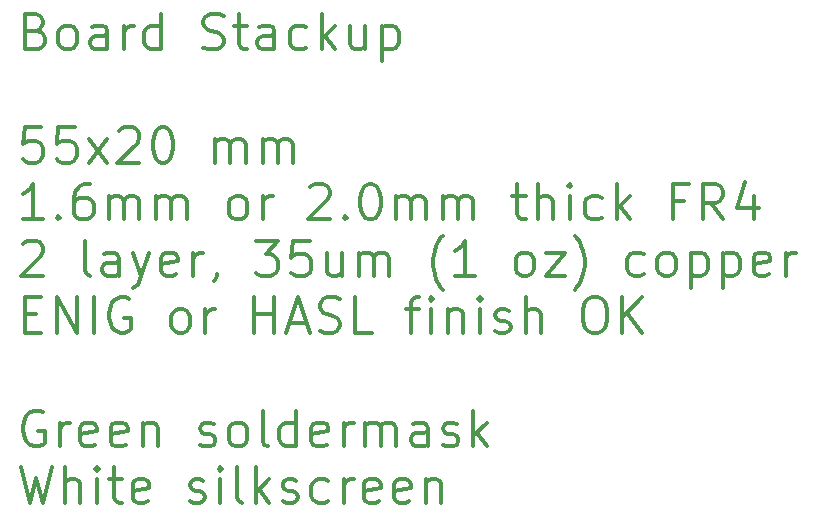
<source format=gbr>
G04 #@! TF.GenerationSoftware,KiCad,Pcbnew,5.0.1*
G04 #@! TF.CreationDate,2019-03-28T22:54:33+10:30*
G04 #@! TF.ProjectId,reflex,7265666C65782E6B696361645F706362,rev?*
G04 #@! TF.SameCoordinates,Original*
G04 #@! TF.FileFunction,Other,Comment*
%FSLAX46Y46*%
G04 Gerber Fmt 4.6, Leading zero omitted, Abs format (unit mm)*
G04 Created by KiCad (PCBNEW 5.0.1) date Thu 28 Mar 2019 22:54:33 ACDT*
%MOMM*%
%LPD*%
G01*
G04 APERTURE LIST*
%ADD10C,0.300000*%
G04 APERTURE END LIST*
D10*
X137709285Y-76585714D02*
X138137857Y-76728571D01*
X138280714Y-76871428D01*
X138423571Y-77157142D01*
X138423571Y-77585714D01*
X138280714Y-77871428D01*
X138137857Y-78014285D01*
X137852142Y-78157142D01*
X136709285Y-78157142D01*
X136709285Y-75157142D01*
X137709285Y-75157142D01*
X137995000Y-75300000D01*
X138137857Y-75442857D01*
X138280714Y-75728571D01*
X138280714Y-76014285D01*
X138137857Y-76300000D01*
X137995000Y-76442857D01*
X137709285Y-76585714D01*
X136709285Y-76585714D01*
X140137857Y-78157142D02*
X139852142Y-78014285D01*
X139709285Y-77871428D01*
X139566428Y-77585714D01*
X139566428Y-76728571D01*
X139709285Y-76442857D01*
X139852142Y-76300000D01*
X140137857Y-76157142D01*
X140566428Y-76157142D01*
X140852142Y-76300000D01*
X140995000Y-76442857D01*
X141137857Y-76728571D01*
X141137857Y-77585714D01*
X140995000Y-77871428D01*
X140852142Y-78014285D01*
X140566428Y-78157142D01*
X140137857Y-78157142D01*
X143709285Y-78157142D02*
X143709285Y-76585714D01*
X143566428Y-76300000D01*
X143280714Y-76157142D01*
X142709285Y-76157142D01*
X142423571Y-76300000D01*
X143709285Y-78014285D02*
X143423571Y-78157142D01*
X142709285Y-78157142D01*
X142423571Y-78014285D01*
X142280714Y-77728571D01*
X142280714Y-77442857D01*
X142423571Y-77157142D01*
X142709285Y-77014285D01*
X143423571Y-77014285D01*
X143709285Y-76871428D01*
X145137857Y-78157142D02*
X145137857Y-76157142D01*
X145137857Y-76728571D02*
X145280714Y-76442857D01*
X145423571Y-76300000D01*
X145709285Y-76157142D01*
X145995000Y-76157142D01*
X148280714Y-78157142D02*
X148280714Y-75157142D01*
X148280714Y-78014285D02*
X147995000Y-78157142D01*
X147423571Y-78157142D01*
X147137857Y-78014285D01*
X146995000Y-77871428D01*
X146852142Y-77585714D01*
X146852142Y-76728571D01*
X146995000Y-76442857D01*
X147137857Y-76300000D01*
X147423571Y-76157142D01*
X147995000Y-76157142D01*
X148280714Y-76300000D01*
X151852142Y-78014285D02*
X152280714Y-78157142D01*
X152995000Y-78157142D01*
X153280714Y-78014285D01*
X153423571Y-77871428D01*
X153566428Y-77585714D01*
X153566428Y-77300000D01*
X153423571Y-77014285D01*
X153280714Y-76871428D01*
X152995000Y-76728571D01*
X152423571Y-76585714D01*
X152137857Y-76442857D01*
X151995000Y-76300000D01*
X151852142Y-76014285D01*
X151852142Y-75728571D01*
X151995000Y-75442857D01*
X152137857Y-75300000D01*
X152423571Y-75157142D01*
X153137857Y-75157142D01*
X153566428Y-75300000D01*
X154423571Y-76157142D02*
X155566428Y-76157142D01*
X154852142Y-75157142D02*
X154852142Y-77728571D01*
X154995000Y-78014285D01*
X155280714Y-78157142D01*
X155566428Y-78157142D01*
X157852142Y-78157142D02*
X157852142Y-76585714D01*
X157709285Y-76300000D01*
X157423571Y-76157142D01*
X156852142Y-76157142D01*
X156566428Y-76300000D01*
X157852142Y-78014285D02*
X157566428Y-78157142D01*
X156852142Y-78157142D01*
X156566428Y-78014285D01*
X156423571Y-77728571D01*
X156423571Y-77442857D01*
X156566428Y-77157142D01*
X156852142Y-77014285D01*
X157566428Y-77014285D01*
X157852142Y-76871428D01*
X160566428Y-78014285D02*
X160280714Y-78157142D01*
X159709285Y-78157142D01*
X159423571Y-78014285D01*
X159280714Y-77871428D01*
X159137857Y-77585714D01*
X159137857Y-76728571D01*
X159280714Y-76442857D01*
X159423571Y-76300000D01*
X159709285Y-76157142D01*
X160280714Y-76157142D01*
X160566428Y-76300000D01*
X161852142Y-78157142D02*
X161852142Y-75157142D01*
X162137857Y-77014285D02*
X162995000Y-78157142D01*
X162995000Y-76157142D02*
X161852142Y-77300000D01*
X165566428Y-76157142D02*
X165566428Y-78157142D01*
X164280714Y-76157142D02*
X164280714Y-77728571D01*
X164423571Y-78014285D01*
X164709285Y-78157142D01*
X165137857Y-78157142D01*
X165423571Y-78014285D01*
X165566428Y-77871428D01*
X166995000Y-76157142D02*
X166995000Y-79157142D01*
X166995000Y-76300000D02*
X167280714Y-76157142D01*
X167852142Y-76157142D01*
X168137857Y-76300000D01*
X168280714Y-76442857D01*
X168423571Y-76728571D01*
X168423571Y-77585714D01*
X168280714Y-77871428D01*
X168137857Y-78014285D01*
X167852142Y-78157142D01*
X167280714Y-78157142D01*
X166995000Y-78014285D01*
X138137857Y-84757142D02*
X136709285Y-84757142D01*
X136566428Y-86185714D01*
X136709285Y-86042857D01*
X136995000Y-85900000D01*
X137709285Y-85900000D01*
X137995000Y-86042857D01*
X138137857Y-86185714D01*
X138280714Y-86471428D01*
X138280714Y-87185714D01*
X138137857Y-87471428D01*
X137995000Y-87614285D01*
X137709285Y-87757142D01*
X136995000Y-87757142D01*
X136709285Y-87614285D01*
X136566428Y-87471428D01*
X140995000Y-84757142D02*
X139566428Y-84757142D01*
X139423571Y-86185714D01*
X139566428Y-86042857D01*
X139852142Y-85900000D01*
X140566428Y-85900000D01*
X140852142Y-86042857D01*
X140995000Y-86185714D01*
X141137857Y-86471428D01*
X141137857Y-87185714D01*
X140995000Y-87471428D01*
X140852142Y-87614285D01*
X140566428Y-87757142D01*
X139852142Y-87757142D01*
X139566428Y-87614285D01*
X139423571Y-87471428D01*
X142137857Y-87757142D02*
X143709285Y-85757142D01*
X142137857Y-85757142D02*
X143709285Y-87757142D01*
X144709285Y-85042857D02*
X144852142Y-84900000D01*
X145137857Y-84757142D01*
X145852142Y-84757142D01*
X146137857Y-84900000D01*
X146280714Y-85042857D01*
X146423571Y-85328571D01*
X146423571Y-85614285D01*
X146280714Y-86042857D01*
X144566428Y-87757142D01*
X146423571Y-87757142D01*
X148280714Y-84757142D02*
X148566428Y-84757142D01*
X148852142Y-84900000D01*
X148995000Y-85042857D01*
X149137857Y-85328571D01*
X149280714Y-85900000D01*
X149280714Y-86614285D01*
X149137857Y-87185714D01*
X148995000Y-87471428D01*
X148852142Y-87614285D01*
X148566428Y-87757142D01*
X148280714Y-87757142D01*
X147995000Y-87614285D01*
X147852142Y-87471428D01*
X147709285Y-87185714D01*
X147566428Y-86614285D01*
X147566428Y-85900000D01*
X147709285Y-85328571D01*
X147852142Y-85042857D01*
X147995000Y-84900000D01*
X148280714Y-84757142D01*
X152852142Y-87757142D02*
X152852142Y-85757142D01*
X152852142Y-86042857D02*
X152995000Y-85900000D01*
X153280714Y-85757142D01*
X153709285Y-85757142D01*
X153995000Y-85900000D01*
X154137857Y-86185714D01*
X154137857Y-87757142D01*
X154137857Y-86185714D02*
X154280714Y-85900000D01*
X154566428Y-85757142D01*
X154995000Y-85757142D01*
X155280714Y-85900000D01*
X155423571Y-86185714D01*
X155423571Y-87757142D01*
X156852142Y-87757142D02*
X156852142Y-85757142D01*
X156852142Y-86042857D02*
X156995000Y-85900000D01*
X157280714Y-85757142D01*
X157709285Y-85757142D01*
X157995000Y-85900000D01*
X158137857Y-86185714D01*
X158137857Y-87757142D01*
X158137857Y-86185714D02*
X158280714Y-85900000D01*
X158566428Y-85757142D01*
X158995000Y-85757142D01*
X159280714Y-85900000D01*
X159423571Y-86185714D01*
X159423571Y-87757142D01*
X138280714Y-92557142D02*
X136566428Y-92557142D01*
X137423571Y-92557142D02*
X137423571Y-89557142D01*
X137137857Y-89985714D01*
X136852142Y-90271428D01*
X136566428Y-90414285D01*
X139566428Y-92271428D02*
X139709285Y-92414285D01*
X139566428Y-92557142D01*
X139423571Y-92414285D01*
X139566428Y-92271428D01*
X139566428Y-92557142D01*
X142280714Y-89557142D02*
X141709285Y-89557142D01*
X141423571Y-89700000D01*
X141280714Y-89842857D01*
X140995000Y-90271428D01*
X140852142Y-90842857D01*
X140852142Y-91985714D01*
X140995000Y-92271428D01*
X141137857Y-92414285D01*
X141423571Y-92557142D01*
X141995000Y-92557142D01*
X142280714Y-92414285D01*
X142423571Y-92271428D01*
X142566428Y-91985714D01*
X142566428Y-91271428D01*
X142423571Y-90985714D01*
X142280714Y-90842857D01*
X141995000Y-90700000D01*
X141423571Y-90700000D01*
X141137857Y-90842857D01*
X140995000Y-90985714D01*
X140852142Y-91271428D01*
X143852142Y-92557142D02*
X143852142Y-90557142D01*
X143852142Y-90842857D02*
X143995000Y-90700000D01*
X144280714Y-90557142D01*
X144709285Y-90557142D01*
X144995000Y-90700000D01*
X145137857Y-90985714D01*
X145137857Y-92557142D01*
X145137857Y-90985714D02*
X145280714Y-90700000D01*
X145566428Y-90557142D01*
X145995000Y-90557142D01*
X146280714Y-90700000D01*
X146423571Y-90985714D01*
X146423571Y-92557142D01*
X147852142Y-92557142D02*
X147852142Y-90557142D01*
X147852142Y-90842857D02*
X147995000Y-90700000D01*
X148280714Y-90557142D01*
X148709285Y-90557142D01*
X148995000Y-90700000D01*
X149137857Y-90985714D01*
X149137857Y-92557142D01*
X149137857Y-90985714D02*
X149280714Y-90700000D01*
X149566428Y-90557142D01*
X149995000Y-90557142D01*
X150280714Y-90700000D01*
X150423571Y-90985714D01*
X150423571Y-92557142D01*
X154566428Y-92557142D02*
X154280714Y-92414285D01*
X154137857Y-92271428D01*
X153995000Y-91985714D01*
X153995000Y-91128571D01*
X154137857Y-90842857D01*
X154280714Y-90700000D01*
X154566428Y-90557142D01*
X154995000Y-90557142D01*
X155280714Y-90700000D01*
X155423571Y-90842857D01*
X155566428Y-91128571D01*
X155566428Y-91985714D01*
X155423571Y-92271428D01*
X155280714Y-92414285D01*
X154995000Y-92557142D01*
X154566428Y-92557142D01*
X156852142Y-92557142D02*
X156852142Y-90557142D01*
X156852142Y-91128571D02*
X156995000Y-90842857D01*
X157137857Y-90700000D01*
X157423571Y-90557142D01*
X157709285Y-90557142D01*
X160852142Y-89842857D02*
X160995000Y-89700000D01*
X161280714Y-89557142D01*
X161995000Y-89557142D01*
X162280714Y-89700000D01*
X162423571Y-89842857D01*
X162566428Y-90128571D01*
X162566428Y-90414285D01*
X162423571Y-90842857D01*
X160709285Y-92557142D01*
X162566428Y-92557142D01*
X163852142Y-92271428D02*
X163995000Y-92414285D01*
X163852142Y-92557142D01*
X163709285Y-92414285D01*
X163852142Y-92271428D01*
X163852142Y-92557142D01*
X165852142Y-89557142D02*
X166137857Y-89557142D01*
X166423571Y-89700000D01*
X166566428Y-89842857D01*
X166709285Y-90128571D01*
X166852142Y-90700000D01*
X166852142Y-91414285D01*
X166709285Y-91985714D01*
X166566428Y-92271428D01*
X166423571Y-92414285D01*
X166137857Y-92557142D01*
X165852142Y-92557142D01*
X165566428Y-92414285D01*
X165423571Y-92271428D01*
X165280714Y-91985714D01*
X165137857Y-91414285D01*
X165137857Y-90700000D01*
X165280714Y-90128571D01*
X165423571Y-89842857D01*
X165566428Y-89700000D01*
X165852142Y-89557142D01*
X168137857Y-92557142D02*
X168137857Y-90557142D01*
X168137857Y-90842857D02*
X168280714Y-90700000D01*
X168566428Y-90557142D01*
X168995000Y-90557142D01*
X169280714Y-90700000D01*
X169423571Y-90985714D01*
X169423571Y-92557142D01*
X169423571Y-90985714D02*
X169566428Y-90700000D01*
X169852142Y-90557142D01*
X170280714Y-90557142D01*
X170566428Y-90700000D01*
X170709285Y-90985714D01*
X170709285Y-92557142D01*
X172137857Y-92557142D02*
X172137857Y-90557142D01*
X172137857Y-90842857D02*
X172280714Y-90700000D01*
X172566428Y-90557142D01*
X172995000Y-90557142D01*
X173280714Y-90700000D01*
X173423571Y-90985714D01*
X173423571Y-92557142D01*
X173423571Y-90985714D02*
X173566428Y-90700000D01*
X173852142Y-90557142D01*
X174280714Y-90557142D01*
X174566428Y-90700000D01*
X174709285Y-90985714D01*
X174709285Y-92557142D01*
X177995000Y-90557142D02*
X179137857Y-90557142D01*
X178423571Y-89557142D02*
X178423571Y-92128571D01*
X178566428Y-92414285D01*
X178852142Y-92557142D01*
X179137857Y-92557142D01*
X180137857Y-92557142D02*
X180137857Y-89557142D01*
X181423571Y-92557142D02*
X181423571Y-90985714D01*
X181280714Y-90700000D01*
X180995000Y-90557142D01*
X180566428Y-90557142D01*
X180280714Y-90700000D01*
X180137857Y-90842857D01*
X182852142Y-92557142D02*
X182852142Y-90557142D01*
X182852142Y-89557142D02*
X182709285Y-89700000D01*
X182852142Y-89842857D01*
X182995000Y-89700000D01*
X182852142Y-89557142D01*
X182852142Y-89842857D01*
X185566428Y-92414285D02*
X185280714Y-92557142D01*
X184709285Y-92557142D01*
X184423571Y-92414285D01*
X184280714Y-92271428D01*
X184137857Y-91985714D01*
X184137857Y-91128571D01*
X184280714Y-90842857D01*
X184423571Y-90700000D01*
X184709285Y-90557142D01*
X185280714Y-90557142D01*
X185566428Y-90700000D01*
X186852142Y-92557142D02*
X186852142Y-89557142D01*
X187137857Y-91414285D02*
X187995000Y-92557142D01*
X187995000Y-90557142D02*
X186852142Y-91700000D01*
X192566428Y-90985714D02*
X191566428Y-90985714D01*
X191566428Y-92557142D02*
X191566428Y-89557142D01*
X192995000Y-89557142D01*
X195852142Y-92557142D02*
X194852142Y-91128571D01*
X194137857Y-92557142D02*
X194137857Y-89557142D01*
X195280714Y-89557142D01*
X195566428Y-89700000D01*
X195709285Y-89842857D01*
X195852142Y-90128571D01*
X195852142Y-90557142D01*
X195709285Y-90842857D01*
X195566428Y-90985714D01*
X195280714Y-91128571D01*
X194137857Y-91128571D01*
X198423571Y-90557142D02*
X198423571Y-92557142D01*
X197709285Y-89414285D02*
X196995000Y-91557142D01*
X198852142Y-91557142D01*
X136566428Y-94642857D02*
X136709285Y-94500000D01*
X136995000Y-94357142D01*
X137709285Y-94357142D01*
X137995000Y-94500000D01*
X138137857Y-94642857D01*
X138280714Y-94928571D01*
X138280714Y-95214285D01*
X138137857Y-95642857D01*
X136423571Y-97357142D01*
X138280714Y-97357142D01*
X142280714Y-97357142D02*
X141995000Y-97214285D01*
X141852142Y-96928571D01*
X141852142Y-94357142D01*
X144709285Y-97357142D02*
X144709285Y-95785714D01*
X144566428Y-95500000D01*
X144280714Y-95357142D01*
X143709285Y-95357142D01*
X143423571Y-95500000D01*
X144709285Y-97214285D02*
X144423571Y-97357142D01*
X143709285Y-97357142D01*
X143423571Y-97214285D01*
X143280714Y-96928571D01*
X143280714Y-96642857D01*
X143423571Y-96357142D01*
X143709285Y-96214285D01*
X144423571Y-96214285D01*
X144709285Y-96071428D01*
X145852142Y-95357142D02*
X146566428Y-97357142D01*
X147280714Y-95357142D02*
X146566428Y-97357142D01*
X146280714Y-98071428D01*
X146137857Y-98214285D01*
X145852142Y-98357142D01*
X149566428Y-97214285D02*
X149280714Y-97357142D01*
X148709285Y-97357142D01*
X148423571Y-97214285D01*
X148280714Y-96928571D01*
X148280714Y-95785714D01*
X148423571Y-95500000D01*
X148709285Y-95357142D01*
X149280714Y-95357142D01*
X149566428Y-95500000D01*
X149709285Y-95785714D01*
X149709285Y-96071428D01*
X148280714Y-96357142D01*
X150995000Y-97357142D02*
X150995000Y-95357142D01*
X150995000Y-95928571D02*
X151137857Y-95642857D01*
X151280714Y-95500000D01*
X151566428Y-95357142D01*
X151852142Y-95357142D01*
X152995000Y-97214285D02*
X152995000Y-97357142D01*
X152852142Y-97642857D01*
X152709285Y-97785714D01*
X156280714Y-94357142D02*
X158137857Y-94357142D01*
X157137857Y-95500000D01*
X157566428Y-95500000D01*
X157852142Y-95642857D01*
X157995000Y-95785714D01*
X158137857Y-96071428D01*
X158137857Y-96785714D01*
X157995000Y-97071428D01*
X157852142Y-97214285D01*
X157566428Y-97357142D01*
X156709285Y-97357142D01*
X156423571Y-97214285D01*
X156280714Y-97071428D01*
X160852142Y-94357142D02*
X159423571Y-94357142D01*
X159280714Y-95785714D01*
X159423571Y-95642857D01*
X159709285Y-95500000D01*
X160423571Y-95500000D01*
X160709285Y-95642857D01*
X160852142Y-95785714D01*
X160995000Y-96071428D01*
X160995000Y-96785714D01*
X160852142Y-97071428D01*
X160709285Y-97214285D01*
X160423571Y-97357142D01*
X159709285Y-97357142D01*
X159423571Y-97214285D01*
X159280714Y-97071428D01*
X163566428Y-95357142D02*
X163566428Y-97357142D01*
X162280714Y-95357142D02*
X162280714Y-96928571D01*
X162423571Y-97214285D01*
X162709285Y-97357142D01*
X163137857Y-97357142D01*
X163423571Y-97214285D01*
X163566428Y-97071428D01*
X164995000Y-97357142D02*
X164995000Y-95357142D01*
X164995000Y-95642857D02*
X165137857Y-95500000D01*
X165423571Y-95357142D01*
X165852142Y-95357142D01*
X166137857Y-95500000D01*
X166280714Y-95785714D01*
X166280714Y-97357142D01*
X166280714Y-95785714D02*
X166423571Y-95500000D01*
X166709285Y-95357142D01*
X167137857Y-95357142D01*
X167423571Y-95500000D01*
X167566428Y-95785714D01*
X167566428Y-97357142D01*
X172137857Y-98500000D02*
X171995000Y-98357142D01*
X171709285Y-97928571D01*
X171566428Y-97642857D01*
X171423571Y-97214285D01*
X171280714Y-96500000D01*
X171280714Y-95928571D01*
X171423571Y-95214285D01*
X171566428Y-94785714D01*
X171709285Y-94500000D01*
X171995000Y-94071428D01*
X172137857Y-93928571D01*
X174852142Y-97357142D02*
X173137857Y-97357142D01*
X173995000Y-97357142D02*
X173995000Y-94357142D01*
X173709285Y-94785714D01*
X173423571Y-95071428D01*
X173137857Y-95214285D01*
X178852142Y-97357142D02*
X178566428Y-97214285D01*
X178423571Y-97071428D01*
X178280714Y-96785714D01*
X178280714Y-95928571D01*
X178423571Y-95642857D01*
X178566428Y-95500000D01*
X178852142Y-95357142D01*
X179280714Y-95357142D01*
X179566428Y-95500000D01*
X179709285Y-95642857D01*
X179852142Y-95928571D01*
X179852142Y-96785714D01*
X179709285Y-97071428D01*
X179566428Y-97214285D01*
X179280714Y-97357142D01*
X178852142Y-97357142D01*
X180852142Y-95357142D02*
X182423571Y-95357142D01*
X180852142Y-97357142D01*
X182423571Y-97357142D01*
X183280714Y-98500000D02*
X183423571Y-98357142D01*
X183709285Y-97928571D01*
X183852142Y-97642857D01*
X183995000Y-97214285D01*
X184137857Y-96500000D01*
X184137857Y-95928571D01*
X183995000Y-95214285D01*
X183852142Y-94785714D01*
X183709285Y-94500000D01*
X183423571Y-94071428D01*
X183280714Y-93928571D01*
X189137857Y-97214285D02*
X188852142Y-97357142D01*
X188280714Y-97357142D01*
X187995000Y-97214285D01*
X187852142Y-97071428D01*
X187709285Y-96785714D01*
X187709285Y-95928571D01*
X187852142Y-95642857D01*
X187995000Y-95500000D01*
X188280714Y-95357142D01*
X188852142Y-95357142D01*
X189137857Y-95500000D01*
X190852142Y-97357142D02*
X190566428Y-97214285D01*
X190423571Y-97071428D01*
X190280714Y-96785714D01*
X190280714Y-95928571D01*
X190423571Y-95642857D01*
X190566428Y-95500000D01*
X190852142Y-95357142D01*
X191280714Y-95357142D01*
X191566428Y-95500000D01*
X191709285Y-95642857D01*
X191852142Y-95928571D01*
X191852142Y-96785714D01*
X191709285Y-97071428D01*
X191566428Y-97214285D01*
X191280714Y-97357142D01*
X190852142Y-97357142D01*
X193137857Y-95357142D02*
X193137857Y-98357142D01*
X193137857Y-95500000D02*
X193423571Y-95357142D01*
X193995000Y-95357142D01*
X194280714Y-95500000D01*
X194423571Y-95642857D01*
X194566428Y-95928571D01*
X194566428Y-96785714D01*
X194423571Y-97071428D01*
X194280714Y-97214285D01*
X193995000Y-97357142D01*
X193423571Y-97357142D01*
X193137857Y-97214285D01*
X195852142Y-95357142D02*
X195852142Y-98357142D01*
X195852142Y-95500000D02*
X196137857Y-95357142D01*
X196709285Y-95357142D01*
X196995000Y-95500000D01*
X197137857Y-95642857D01*
X197280714Y-95928571D01*
X197280714Y-96785714D01*
X197137857Y-97071428D01*
X196995000Y-97214285D01*
X196709285Y-97357142D01*
X196137857Y-97357142D01*
X195852142Y-97214285D01*
X199709285Y-97214285D02*
X199423571Y-97357142D01*
X198852142Y-97357142D01*
X198566428Y-97214285D01*
X198423571Y-96928571D01*
X198423571Y-95785714D01*
X198566428Y-95500000D01*
X198852142Y-95357142D01*
X199423571Y-95357142D01*
X199709285Y-95500000D01*
X199852142Y-95785714D01*
X199852142Y-96071428D01*
X198423571Y-96357142D01*
X201137857Y-97357142D02*
X201137857Y-95357142D01*
X201137857Y-95928571D02*
X201280714Y-95642857D01*
X201423571Y-95500000D01*
X201709285Y-95357142D01*
X201995000Y-95357142D01*
X136709285Y-100585714D02*
X137709285Y-100585714D01*
X138137857Y-102157142D02*
X136709285Y-102157142D01*
X136709285Y-99157142D01*
X138137857Y-99157142D01*
X139423571Y-102157142D02*
X139423571Y-99157142D01*
X141137857Y-102157142D01*
X141137857Y-99157142D01*
X142566428Y-102157142D02*
X142566428Y-99157142D01*
X145566428Y-99300000D02*
X145280714Y-99157142D01*
X144852142Y-99157142D01*
X144423571Y-99300000D01*
X144137857Y-99585714D01*
X143995000Y-99871428D01*
X143852142Y-100442857D01*
X143852142Y-100871428D01*
X143995000Y-101442857D01*
X144137857Y-101728571D01*
X144423571Y-102014285D01*
X144852142Y-102157142D01*
X145137857Y-102157142D01*
X145566428Y-102014285D01*
X145709285Y-101871428D01*
X145709285Y-100871428D01*
X145137857Y-100871428D01*
X149709285Y-102157142D02*
X149423571Y-102014285D01*
X149280714Y-101871428D01*
X149137857Y-101585714D01*
X149137857Y-100728571D01*
X149280714Y-100442857D01*
X149423571Y-100300000D01*
X149709285Y-100157142D01*
X150137857Y-100157142D01*
X150423571Y-100300000D01*
X150566428Y-100442857D01*
X150709285Y-100728571D01*
X150709285Y-101585714D01*
X150566428Y-101871428D01*
X150423571Y-102014285D01*
X150137857Y-102157142D01*
X149709285Y-102157142D01*
X151995000Y-102157142D02*
X151995000Y-100157142D01*
X151995000Y-100728571D02*
X152137857Y-100442857D01*
X152280714Y-100300000D01*
X152566428Y-100157142D01*
X152852142Y-100157142D01*
X156137857Y-102157142D02*
X156137857Y-99157142D01*
X156137857Y-100585714D02*
X157852142Y-100585714D01*
X157852142Y-102157142D02*
X157852142Y-99157142D01*
X159137857Y-101300000D02*
X160566428Y-101300000D01*
X158852142Y-102157142D02*
X159852142Y-99157142D01*
X160852142Y-102157142D01*
X161709285Y-102014285D02*
X162137857Y-102157142D01*
X162852142Y-102157142D01*
X163137857Y-102014285D01*
X163280714Y-101871428D01*
X163423571Y-101585714D01*
X163423571Y-101300000D01*
X163280714Y-101014285D01*
X163137857Y-100871428D01*
X162852142Y-100728571D01*
X162280714Y-100585714D01*
X161995000Y-100442857D01*
X161852142Y-100300000D01*
X161709285Y-100014285D01*
X161709285Y-99728571D01*
X161852142Y-99442857D01*
X161995000Y-99300000D01*
X162280714Y-99157142D01*
X162995000Y-99157142D01*
X163423571Y-99300000D01*
X166137857Y-102157142D02*
X164709285Y-102157142D01*
X164709285Y-99157142D01*
X168995000Y-100157142D02*
X170137857Y-100157142D01*
X169423571Y-102157142D02*
X169423571Y-99585714D01*
X169566428Y-99300000D01*
X169852142Y-99157142D01*
X170137857Y-99157142D01*
X171137857Y-102157142D02*
X171137857Y-100157142D01*
X171137857Y-99157142D02*
X170995000Y-99300000D01*
X171137857Y-99442857D01*
X171280714Y-99300000D01*
X171137857Y-99157142D01*
X171137857Y-99442857D01*
X172566428Y-100157142D02*
X172566428Y-102157142D01*
X172566428Y-100442857D02*
X172709285Y-100300000D01*
X172995000Y-100157142D01*
X173423571Y-100157142D01*
X173709285Y-100300000D01*
X173852142Y-100585714D01*
X173852142Y-102157142D01*
X175280714Y-102157142D02*
X175280714Y-100157142D01*
X175280714Y-99157142D02*
X175137857Y-99300000D01*
X175280714Y-99442857D01*
X175423571Y-99300000D01*
X175280714Y-99157142D01*
X175280714Y-99442857D01*
X176566428Y-102014285D02*
X176852142Y-102157142D01*
X177423571Y-102157142D01*
X177709285Y-102014285D01*
X177852142Y-101728571D01*
X177852142Y-101585714D01*
X177709285Y-101300000D01*
X177423571Y-101157142D01*
X176995000Y-101157142D01*
X176709285Y-101014285D01*
X176566428Y-100728571D01*
X176566428Y-100585714D01*
X176709285Y-100300000D01*
X176995000Y-100157142D01*
X177423571Y-100157142D01*
X177709285Y-100300000D01*
X179137857Y-102157142D02*
X179137857Y-99157142D01*
X180423571Y-102157142D02*
X180423571Y-100585714D01*
X180280714Y-100300000D01*
X179995000Y-100157142D01*
X179566428Y-100157142D01*
X179280714Y-100300000D01*
X179137857Y-100442857D01*
X184709285Y-99157142D02*
X185280714Y-99157142D01*
X185566428Y-99300000D01*
X185852142Y-99585714D01*
X185995000Y-100157142D01*
X185995000Y-101157142D01*
X185852142Y-101728571D01*
X185566428Y-102014285D01*
X185280714Y-102157142D01*
X184709285Y-102157142D01*
X184423571Y-102014285D01*
X184137857Y-101728571D01*
X183995000Y-101157142D01*
X183995000Y-100157142D01*
X184137857Y-99585714D01*
X184423571Y-99300000D01*
X184709285Y-99157142D01*
X187280714Y-102157142D02*
X187280714Y-99157142D01*
X188995000Y-102157142D02*
X187709285Y-100442857D01*
X188995000Y-99157142D02*
X187280714Y-100871428D01*
X138280714Y-108900000D02*
X137995000Y-108757142D01*
X137566428Y-108757142D01*
X137137857Y-108900000D01*
X136852142Y-109185714D01*
X136709285Y-109471428D01*
X136566428Y-110042857D01*
X136566428Y-110471428D01*
X136709285Y-111042857D01*
X136852142Y-111328571D01*
X137137857Y-111614285D01*
X137566428Y-111757142D01*
X137852142Y-111757142D01*
X138280714Y-111614285D01*
X138423571Y-111471428D01*
X138423571Y-110471428D01*
X137852142Y-110471428D01*
X139709285Y-111757142D02*
X139709285Y-109757142D01*
X139709285Y-110328571D02*
X139852142Y-110042857D01*
X139995000Y-109900000D01*
X140280714Y-109757142D01*
X140566428Y-109757142D01*
X142709285Y-111614285D02*
X142423571Y-111757142D01*
X141852142Y-111757142D01*
X141566428Y-111614285D01*
X141423571Y-111328571D01*
X141423571Y-110185714D01*
X141566428Y-109900000D01*
X141852142Y-109757142D01*
X142423571Y-109757142D01*
X142709285Y-109900000D01*
X142852142Y-110185714D01*
X142852142Y-110471428D01*
X141423571Y-110757142D01*
X145280714Y-111614285D02*
X144995000Y-111757142D01*
X144423571Y-111757142D01*
X144137857Y-111614285D01*
X143995000Y-111328571D01*
X143995000Y-110185714D01*
X144137857Y-109900000D01*
X144423571Y-109757142D01*
X144995000Y-109757142D01*
X145280714Y-109900000D01*
X145423571Y-110185714D01*
X145423571Y-110471428D01*
X143995000Y-110757142D01*
X146709285Y-109757142D02*
X146709285Y-111757142D01*
X146709285Y-110042857D02*
X146852142Y-109900000D01*
X147137857Y-109757142D01*
X147566428Y-109757142D01*
X147852142Y-109900000D01*
X147995000Y-110185714D01*
X147995000Y-111757142D01*
X151566428Y-111614285D02*
X151852142Y-111757142D01*
X152423571Y-111757142D01*
X152709285Y-111614285D01*
X152852142Y-111328571D01*
X152852142Y-111185714D01*
X152709285Y-110900000D01*
X152423571Y-110757142D01*
X151995000Y-110757142D01*
X151709285Y-110614285D01*
X151566428Y-110328571D01*
X151566428Y-110185714D01*
X151709285Y-109900000D01*
X151995000Y-109757142D01*
X152423571Y-109757142D01*
X152709285Y-109900000D01*
X154566428Y-111757142D02*
X154280714Y-111614285D01*
X154137857Y-111471428D01*
X153995000Y-111185714D01*
X153995000Y-110328571D01*
X154137857Y-110042857D01*
X154280714Y-109900000D01*
X154566428Y-109757142D01*
X154995000Y-109757142D01*
X155280714Y-109900000D01*
X155423571Y-110042857D01*
X155566428Y-110328571D01*
X155566428Y-111185714D01*
X155423571Y-111471428D01*
X155280714Y-111614285D01*
X154995000Y-111757142D01*
X154566428Y-111757142D01*
X157280714Y-111757142D02*
X156995000Y-111614285D01*
X156852142Y-111328571D01*
X156852142Y-108757142D01*
X159709285Y-111757142D02*
X159709285Y-108757142D01*
X159709285Y-111614285D02*
X159423571Y-111757142D01*
X158852142Y-111757142D01*
X158566428Y-111614285D01*
X158423571Y-111471428D01*
X158280714Y-111185714D01*
X158280714Y-110328571D01*
X158423571Y-110042857D01*
X158566428Y-109900000D01*
X158852142Y-109757142D01*
X159423571Y-109757142D01*
X159709285Y-109900000D01*
X162280714Y-111614285D02*
X161995000Y-111757142D01*
X161423571Y-111757142D01*
X161137857Y-111614285D01*
X160995000Y-111328571D01*
X160995000Y-110185714D01*
X161137857Y-109900000D01*
X161423571Y-109757142D01*
X161995000Y-109757142D01*
X162280714Y-109900000D01*
X162423571Y-110185714D01*
X162423571Y-110471428D01*
X160995000Y-110757142D01*
X163709285Y-111757142D02*
X163709285Y-109757142D01*
X163709285Y-110328571D02*
X163852142Y-110042857D01*
X163995000Y-109900000D01*
X164280714Y-109757142D01*
X164566428Y-109757142D01*
X165566428Y-111757142D02*
X165566428Y-109757142D01*
X165566428Y-110042857D02*
X165709285Y-109900000D01*
X165995000Y-109757142D01*
X166423571Y-109757142D01*
X166709285Y-109900000D01*
X166852142Y-110185714D01*
X166852142Y-111757142D01*
X166852142Y-110185714D02*
X166995000Y-109900000D01*
X167280714Y-109757142D01*
X167709285Y-109757142D01*
X167995000Y-109900000D01*
X168137857Y-110185714D01*
X168137857Y-111757142D01*
X170852142Y-111757142D02*
X170852142Y-110185714D01*
X170709285Y-109900000D01*
X170423571Y-109757142D01*
X169852142Y-109757142D01*
X169566428Y-109900000D01*
X170852142Y-111614285D02*
X170566428Y-111757142D01*
X169852142Y-111757142D01*
X169566428Y-111614285D01*
X169423571Y-111328571D01*
X169423571Y-111042857D01*
X169566428Y-110757142D01*
X169852142Y-110614285D01*
X170566428Y-110614285D01*
X170852142Y-110471428D01*
X172137857Y-111614285D02*
X172423571Y-111757142D01*
X172995000Y-111757142D01*
X173280714Y-111614285D01*
X173423571Y-111328571D01*
X173423571Y-111185714D01*
X173280714Y-110900000D01*
X172995000Y-110757142D01*
X172566428Y-110757142D01*
X172280714Y-110614285D01*
X172137857Y-110328571D01*
X172137857Y-110185714D01*
X172280714Y-109900000D01*
X172566428Y-109757142D01*
X172995000Y-109757142D01*
X173280714Y-109900000D01*
X174709285Y-111757142D02*
X174709285Y-108757142D01*
X174995000Y-110614285D02*
X175852142Y-111757142D01*
X175852142Y-109757142D02*
X174709285Y-110900000D01*
X136423571Y-113557142D02*
X137137857Y-116557142D01*
X137709285Y-114414285D01*
X138280714Y-116557142D01*
X138995000Y-113557142D01*
X140137857Y-116557142D02*
X140137857Y-113557142D01*
X141423571Y-116557142D02*
X141423571Y-114985714D01*
X141280714Y-114700000D01*
X140995000Y-114557142D01*
X140566428Y-114557142D01*
X140280714Y-114700000D01*
X140137857Y-114842857D01*
X142852142Y-116557142D02*
X142852142Y-114557142D01*
X142852142Y-113557142D02*
X142709285Y-113700000D01*
X142852142Y-113842857D01*
X142995000Y-113700000D01*
X142852142Y-113557142D01*
X142852142Y-113842857D01*
X143852142Y-114557142D02*
X144995000Y-114557142D01*
X144280714Y-113557142D02*
X144280714Y-116128571D01*
X144423571Y-116414285D01*
X144709285Y-116557142D01*
X144995000Y-116557142D01*
X147137857Y-116414285D02*
X146852142Y-116557142D01*
X146280714Y-116557142D01*
X145995000Y-116414285D01*
X145852142Y-116128571D01*
X145852142Y-114985714D01*
X145995000Y-114700000D01*
X146280714Y-114557142D01*
X146852142Y-114557142D01*
X147137857Y-114700000D01*
X147280714Y-114985714D01*
X147280714Y-115271428D01*
X145852142Y-115557142D01*
X150709285Y-116414285D02*
X150995000Y-116557142D01*
X151566428Y-116557142D01*
X151852142Y-116414285D01*
X151995000Y-116128571D01*
X151995000Y-115985714D01*
X151852142Y-115700000D01*
X151566428Y-115557142D01*
X151137857Y-115557142D01*
X150852142Y-115414285D01*
X150709285Y-115128571D01*
X150709285Y-114985714D01*
X150852142Y-114700000D01*
X151137857Y-114557142D01*
X151566428Y-114557142D01*
X151852142Y-114700000D01*
X153280714Y-116557142D02*
X153280714Y-114557142D01*
X153280714Y-113557142D02*
X153137857Y-113700000D01*
X153280714Y-113842857D01*
X153423571Y-113700000D01*
X153280714Y-113557142D01*
X153280714Y-113842857D01*
X155137857Y-116557142D02*
X154852142Y-116414285D01*
X154709285Y-116128571D01*
X154709285Y-113557142D01*
X156280714Y-116557142D02*
X156280714Y-113557142D01*
X156566428Y-115414285D02*
X157423571Y-116557142D01*
X157423571Y-114557142D02*
X156280714Y-115700000D01*
X158566428Y-116414285D02*
X158852142Y-116557142D01*
X159423571Y-116557142D01*
X159709285Y-116414285D01*
X159852142Y-116128571D01*
X159852142Y-115985714D01*
X159709285Y-115700000D01*
X159423571Y-115557142D01*
X158995000Y-115557142D01*
X158709285Y-115414285D01*
X158566428Y-115128571D01*
X158566428Y-114985714D01*
X158709285Y-114700000D01*
X158995000Y-114557142D01*
X159423571Y-114557142D01*
X159709285Y-114700000D01*
X162423571Y-116414285D02*
X162137857Y-116557142D01*
X161566428Y-116557142D01*
X161280714Y-116414285D01*
X161137857Y-116271428D01*
X160995000Y-115985714D01*
X160995000Y-115128571D01*
X161137857Y-114842857D01*
X161280714Y-114700000D01*
X161566428Y-114557142D01*
X162137857Y-114557142D01*
X162423571Y-114700000D01*
X163709285Y-116557142D02*
X163709285Y-114557142D01*
X163709285Y-115128571D02*
X163852142Y-114842857D01*
X163995000Y-114700000D01*
X164280714Y-114557142D01*
X164566428Y-114557142D01*
X166709285Y-116414285D02*
X166423571Y-116557142D01*
X165852142Y-116557142D01*
X165566428Y-116414285D01*
X165423571Y-116128571D01*
X165423571Y-114985714D01*
X165566428Y-114700000D01*
X165852142Y-114557142D01*
X166423571Y-114557142D01*
X166709285Y-114700000D01*
X166852142Y-114985714D01*
X166852142Y-115271428D01*
X165423571Y-115557142D01*
X169280714Y-116414285D02*
X168995000Y-116557142D01*
X168423571Y-116557142D01*
X168137857Y-116414285D01*
X167995000Y-116128571D01*
X167995000Y-114985714D01*
X168137857Y-114700000D01*
X168423571Y-114557142D01*
X168995000Y-114557142D01*
X169280714Y-114700000D01*
X169423571Y-114985714D01*
X169423571Y-115271428D01*
X167995000Y-115557142D01*
X170709285Y-114557142D02*
X170709285Y-116557142D01*
X170709285Y-114842857D02*
X170852142Y-114700000D01*
X171137857Y-114557142D01*
X171566428Y-114557142D01*
X171852142Y-114700000D01*
X171995000Y-114985714D01*
X171995000Y-116557142D01*
M02*

</source>
